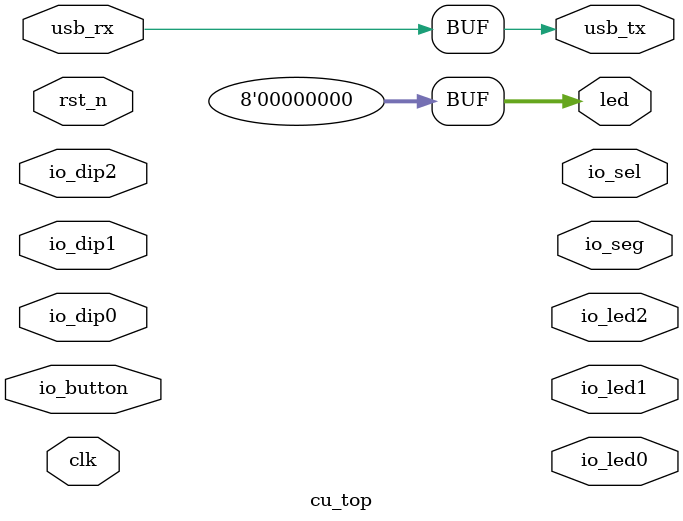
<source format=v>
module cu_top(
    input clk,              // 100MHz clock
    input rst_n,            // reset button (active low)
    output [7:0] led,       // 8 user controllable LEDs
    input usb_rx,           // USB->Serial input
    output usb_tx,           // USB->Serial output
  input [4:0] io_button,
  output [7:0] io_led0,
  output [7:0] io_led1,
  output [7:0] io_led2,
  input [7:0] io_dip0,
  input [7:0] io_dip1,
  input [7:0] io_dip2,
  output [3:0] io_sel,
  output [7:0] io_seg
    );
    
    wire rst;
    
    // The reset conditioner is used to synchronize the reset signal to the FPGA
    // clock. This ensures the entire FPGA comes out of reset at the same time.
    reset_conditioner reset_conditioner(.clk(clk), .in(!rst_n), .out(rst));
    
    assign led = 8'h00;      // turn LEDs off

    assign usb_tx = usb_rx;  // echo the serial data
    
endmodule
</source>
